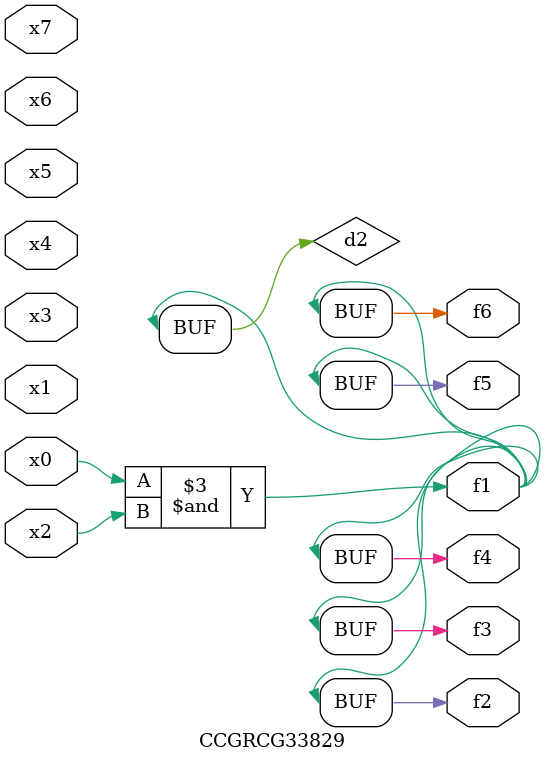
<source format=v>
module CCGRCG33829(
	input x0, x1, x2, x3, x4, x5, x6, x7,
	output f1, f2, f3, f4, f5, f6
);

	wire d1, d2;

	nor (d1, x3, x6);
	and (d2, x0, x2);
	assign f1 = d2;
	assign f2 = d2;
	assign f3 = d2;
	assign f4 = d2;
	assign f5 = d2;
	assign f6 = d2;
endmodule

</source>
